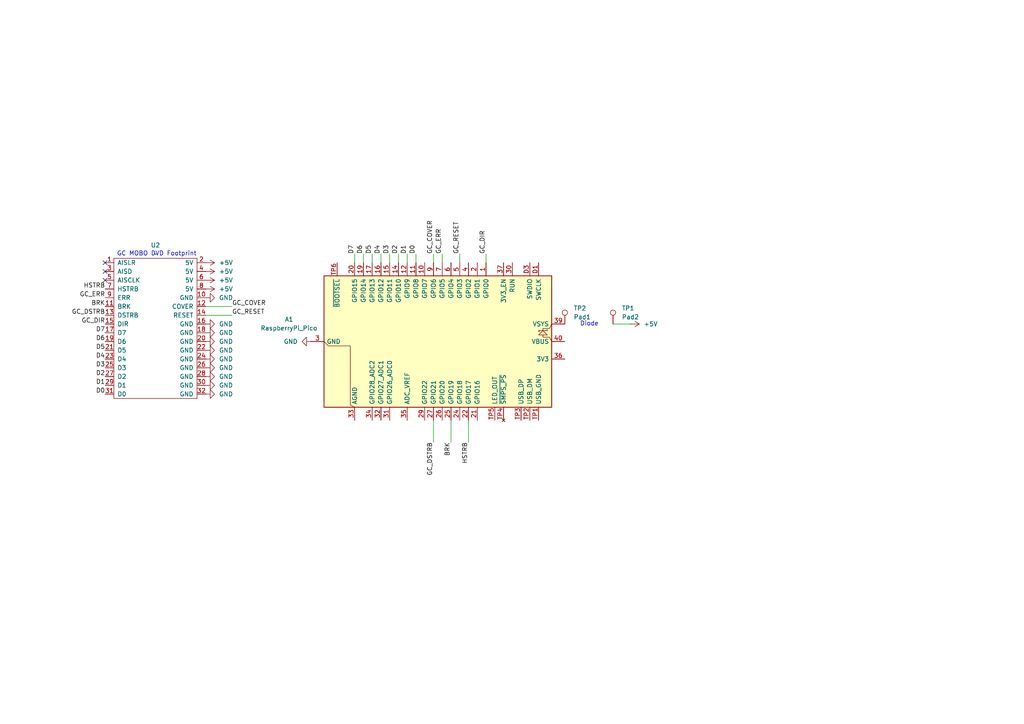
<source format=kicad_sch>
(kicad_sch
	(version 20250114)
	(generator "eeschema")
	(generator_version "9.0")
	(uuid "2089e845-13f5-4d9d-90cf-b97608a1d968")
	(paper "A4")
	(lib_symbols
		(symbol "Connector:TestPoint"
			(pin_numbers
				(hide yes)
			)
			(pin_names
				(offset 0.762)
				(hide yes)
			)
			(exclude_from_sim no)
			(in_bom yes)
			(on_board yes)
			(property "Reference" "TP"
				(at 0 6.858 0)
				(effects
					(font
						(size 1.27 1.27)
					)
				)
			)
			(property "Value" "TestPoint"
				(at 0 5.08 0)
				(effects
					(font
						(size 1.27 1.27)
					)
				)
			)
			(property "Footprint" ""
				(at 5.08 0 0)
				(effects
					(font
						(size 1.27 1.27)
					)
					(hide yes)
				)
			)
			(property "Datasheet" "~"
				(at 5.08 0 0)
				(effects
					(font
						(size 1.27 1.27)
					)
					(hide yes)
				)
			)
			(property "Description" "test point"
				(at 0 0 0)
				(effects
					(font
						(size 1.27 1.27)
					)
					(hide yes)
				)
			)
			(property "ki_keywords" "test point tp"
				(at 0 0 0)
				(effects
					(font
						(size 1.27 1.27)
					)
					(hide yes)
				)
			)
			(property "ki_fp_filters" "Pin* Test*"
				(at 0 0 0)
				(effects
					(font
						(size 1.27 1.27)
					)
					(hide yes)
				)
			)
			(symbol "TestPoint_0_1"
				(circle
					(center 0 3.302)
					(radius 0.762)
					(stroke
						(width 0)
						(type default)
					)
					(fill
						(type none)
					)
				)
			)
			(symbol "TestPoint_1_1"
				(pin passive line
					(at 0 0 90)
					(length 2.54)
					(name "1"
						(effects
							(font
								(size 1.27 1.27)
							)
						)
					)
					(number "1"
						(effects
							(font
								(size 1.27 1.27)
							)
						)
					)
				)
			)
			(embedded_fonts no)
		)
		(symbol "GamecubeConnectors:GC_DVD_M"
			(pin_names
				(offset 1)
			)
			(exclude_from_sim no)
			(in_bom yes)
			(on_board yes)
			(property "Reference" "U2"
				(at 0.635 2.54 0)
				(effects
					(font
						(size 1.27 1.27)
					)
				)
			)
			(property "Value" "~"
				(at 0.635 0 0)
				(effects
					(font
						(size 1.27 1.27)
					)
				)
			)
			(property "Footprint" "DVDCNLibrary:GC_MOBO_DVD_CN"
				(at 0 0 0)
				(effects
					(font
						(size 1.27 1.27)
					)
					(hide yes)
				)
			)
			(property "Datasheet" ""
				(at 0 0 0)
				(effects
					(font
						(size 1.27 1.27)
					)
					(hide yes)
				)
			)
			(property "Description" ""
				(at 0 0 0)
				(effects
					(font
						(size 1.27 1.27)
					)
					(hide yes)
				)
			)
			(symbol "GC_DVD_M_0_1"
				(rectangle
					(start -11.43 -1.27)
					(end 12.7 -41.91)
					(stroke
						(width 0)
						(type default)
					)
					(fill
						(type none)
					)
				)
			)
			(symbol "GC_DVD_M_1_1"
				(pin passive line
					(at -13.97 -2.54 0)
					(length 2.54)
					(name "AISLR"
						(effects
							(font
								(size 1.27 1.27)
							)
						)
					)
					(number "1"
						(effects
							(font
								(size 1.27 1.27)
							)
						)
					)
				)
				(pin passive line
					(at -13.97 -5.08 0)
					(length 2.54)
					(name "AISD"
						(effects
							(font
								(size 1.27 1.27)
							)
						)
					)
					(number "3"
						(effects
							(font
								(size 1.27 1.27)
							)
						)
					)
				)
				(pin passive line
					(at -13.97 -7.62 0)
					(length 2.54)
					(name "AISCLK"
						(effects
							(font
								(size 1.27 1.27)
							)
						)
					)
					(number "5"
						(effects
							(font
								(size 1.27 1.27)
							)
						)
					)
				)
				(pin passive line
					(at -13.97 -10.16 0)
					(length 2.54)
					(name "HSTRB"
						(effects
							(font
								(size 1.27 1.27)
							)
						)
					)
					(number "7"
						(effects
							(font
								(size 1.27 1.27)
							)
						)
					)
				)
				(pin passive line
					(at -13.97 -12.7 0)
					(length 2.54)
					(name "ERR"
						(effects
							(font
								(size 1.27 1.27)
							)
						)
					)
					(number "9"
						(effects
							(font
								(size 1.27 1.27)
							)
						)
					)
				)
				(pin passive line
					(at -13.97 -15.24 0)
					(length 2.54)
					(name "BRK"
						(effects
							(font
								(size 1.27 1.27)
							)
						)
					)
					(number "11"
						(effects
							(font
								(size 1.27 1.27)
							)
						)
					)
				)
				(pin passive line
					(at -13.97 -17.78 0)
					(length 2.54)
					(name "DSTRB"
						(effects
							(font
								(size 1.27 1.27)
							)
						)
					)
					(number "13"
						(effects
							(font
								(size 1.27 1.27)
							)
						)
					)
				)
				(pin passive line
					(at -13.97 -20.32 0)
					(length 2.54)
					(name "DIR"
						(effects
							(font
								(size 1.27 1.27)
							)
						)
					)
					(number "15"
						(effects
							(font
								(size 1.27 1.27)
							)
						)
					)
				)
				(pin passive line
					(at -13.97 -22.86 0)
					(length 2.54)
					(name "D7"
						(effects
							(font
								(size 1.27 1.27)
							)
						)
					)
					(number "17"
						(effects
							(font
								(size 1.27 1.27)
							)
						)
					)
				)
				(pin passive line
					(at -13.97 -25.4 0)
					(length 2.54)
					(name "D6"
						(effects
							(font
								(size 1.27 1.27)
							)
						)
					)
					(number "19"
						(effects
							(font
								(size 1.27 1.27)
							)
						)
					)
				)
				(pin passive line
					(at -13.97 -27.94 0)
					(length 2.54)
					(name "D5"
						(effects
							(font
								(size 1.27 1.27)
							)
						)
					)
					(number "21"
						(effects
							(font
								(size 1.27 1.27)
							)
						)
					)
				)
				(pin passive line
					(at -13.97 -30.48 0)
					(length 2.54)
					(name "D4"
						(effects
							(font
								(size 1.27 1.27)
							)
						)
					)
					(number "23"
						(effects
							(font
								(size 1.27 1.27)
							)
						)
					)
				)
				(pin passive line
					(at -13.97 -33.02 0)
					(length 2.54)
					(name "D3"
						(effects
							(font
								(size 1.27 1.27)
							)
						)
					)
					(number "25"
						(effects
							(font
								(size 1.27 1.27)
							)
						)
					)
				)
				(pin passive line
					(at -13.97 -35.56 0)
					(length 2.54)
					(name "D2"
						(effects
							(font
								(size 1.27 1.27)
							)
						)
					)
					(number "27"
						(effects
							(font
								(size 1.27 1.27)
							)
						)
					)
				)
				(pin passive line
					(at -13.97 -38.1 0)
					(length 2.54)
					(name "D1"
						(effects
							(font
								(size 1.27 1.27)
							)
						)
					)
					(number "29"
						(effects
							(font
								(size 1.27 1.27)
							)
						)
					)
				)
				(pin passive line
					(at -13.97 -40.64 0)
					(length 2.54)
					(name "D0"
						(effects
							(font
								(size 1.27 1.27)
							)
						)
					)
					(number "31"
						(effects
							(font
								(size 1.27 1.27)
							)
						)
					)
				)
				(pin passive line
					(at 15.24 -2.54 180)
					(length 2.54)
					(name "5V"
						(effects
							(font
								(size 1.27 1.27)
							)
						)
					)
					(number "2"
						(effects
							(font
								(size 1.27 1.27)
							)
						)
					)
				)
				(pin passive line
					(at 15.24 -5.08 180)
					(length 2.54)
					(name "5V"
						(effects
							(font
								(size 1.27 1.27)
							)
						)
					)
					(number "4"
						(effects
							(font
								(size 1.27 1.27)
							)
						)
					)
				)
				(pin passive line
					(at 15.24 -7.62 180)
					(length 2.54)
					(name "5V"
						(effects
							(font
								(size 1.27 1.27)
							)
						)
					)
					(number "6"
						(effects
							(font
								(size 1.27 1.27)
							)
						)
					)
				)
				(pin passive line
					(at 15.24 -10.16 180)
					(length 2.54)
					(name "5V"
						(effects
							(font
								(size 1.27 1.27)
							)
						)
					)
					(number "8"
						(effects
							(font
								(size 1.27 1.27)
							)
						)
					)
				)
				(pin passive line
					(at 15.24 -12.7 180)
					(length 2.54)
					(name "GND"
						(effects
							(font
								(size 1.27 1.27)
							)
						)
					)
					(number "10"
						(effects
							(font
								(size 1.27 1.27)
							)
						)
					)
				)
				(pin passive line
					(at 15.24 -15.24 180)
					(length 2.54)
					(name "COVER"
						(effects
							(font
								(size 1.27 1.27)
							)
						)
					)
					(number "12"
						(effects
							(font
								(size 1.27 1.27)
							)
						)
					)
				)
				(pin passive line
					(at 15.24 -17.78 180)
					(length 2.54)
					(name "RESET"
						(effects
							(font
								(size 1.27 1.27)
							)
						)
					)
					(number "14"
						(effects
							(font
								(size 1.27 1.27)
							)
						)
					)
				)
				(pin passive line
					(at 15.24 -20.32 180)
					(length 2.54)
					(name "GND"
						(effects
							(font
								(size 1.27 1.27)
							)
						)
					)
					(number "16"
						(effects
							(font
								(size 1.27 1.27)
							)
						)
					)
				)
				(pin passive line
					(at 15.24 -22.86 180)
					(length 2.54)
					(name "GND"
						(effects
							(font
								(size 1.27 1.27)
							)
						)
					)
					(number "18"
						(effects
							(font
								(size 1.27 1.27)
							)
						)
					)
				)
				(pin passive line
					(at 15.24 -25.4 180)
					(length 2.54)
					(name "GND"
						(effects
							(font
								(size 1.27 1.27)
							)
						)
					)
					(number "20"
						(effects
							(font
								(size 1.27 1.27)
							)
						)
					)
				)
				(pin passive line
					(at 15.24 -27.94 180)
					(length 2.54)
					(name "GND"
						(effects
							(font
								(size 1.27 1.27)
							)
						)
					)
					(number "22"
						(effects
							(font
								(size 1.27 1.27)
							)
						)
					)
				)
				(pin passive line
					(at 15.24 -30.48 180)
					(length 2.54)
					(name "GND"
						(effects
							(font
								(size 1.27 1.27)
							)
						)
					)
					(number "24"
						(effects
							(font
								(size 1.27 1.27)
							)
						)
					)
				)
				(pin passive line
					(at 15.24 -33.02 180)
					(length 2.54)
					(name "GND"
						(effects
							(font
								(size 1.27 1.27)
							)
						)
					)
					(number "26"
						(effects
							(font
								(size 1.27 1.27)
							)
						)
					)
				)
				(pin passive line
					(at 15.24 -35.56 180)
					(length 2.54)
					(name "GND"
						(effects
							(font
								(size 1.27 1.27)
							)
						)
					)
					(number "28"
						(effects
							(font
								(size 1.27 1.27)
							)
						)
					)
				)
				(pin passive line
					(at 15.24 -38.1 180)
					(length 2.54)
					(name "GND"
						(effects
							(font
								(size 1.27 1.27)
							)
						)
					)
					(number "30"
						(effects
							(font
								(size 1.27 1.27)
							)
						)
					)
				)
				(pin passive line
					(at 15.24 -40.64 180)
					(length 2.54)
					(name "GND"
						(effects
							(font
								(size 1.27 1.27)
							)
						)
					)
					(number "32"
						(effects
							(font
								(size 1.27 1.27)
							)
						)
					)
				)
			)
			(embedded_fonts no)
		)
		(symbol "MCU_Module:RaspberryPi_Pico_Extensive"
			(pin_names
				(offset 0.762)
			)
			(exclude_from_sim no)
			(in_bom yes)
			(on_board yes)
			(property "Reference" "A"
				(at -19.05 35.56 0)
				(effects
					(font
						(size 1.27 1.27)
					)
					(justify left)
				)
			)
			(property "Value" "RaspberryPi_Pico"
				(at 7.62 35.56 0)
				(effects
					(font
						(size 1.27 1.27)
					)
					(justify left)
				)
			)
			(property "Footprint" "Module:RaspberryPi_Pico_SMD"
				(at 0 -46.99 0)
				(effects
					(font
						(size 1.27 1.27)
					)
					(hide yes)
				)
			)
			(property "Datasheet" "https://datasheets.raspberrypi.com/pico/pico-datasheet.pdf"
				(at 0 -49.53 0)
				(effects
					(font
						(size 1.27 1.27)
					)
					(hide yes)
				)
			)
			(property "Description" "Versatile and inexpensive microcontroller module (with full pinout for test point and debug connections) powered by RP2040 dual-core Arm Cortex-M0+ processor up to 133 MHz, 264kB SRAM, 2MB QSPI flash; also supports Raspberry Pi Pico 2"
				(at 0 -52.07 0)
				(effects
					(font
						(size 1.27 1.27)
					)
					(hide yes)
				)
			)
			(property "ki_keywords" "RP2350A M33 RISC-V Hazard3 usb swd"
				(at 0 0 0)
				(effects
					(font
						(size 1.27 1.27)
					)
					(hide yes)
				)
			)
			(property "ki_fp_filters" "RaspberryPi?Pico?SMD"
				(at 0 0 0)
				(effects
					(font
						(size 1.27 1.27)
					)
					(hide yes)
				)
			)
			(symbol "RaspberryPi_Pico_Extensive_0_1"
				(rectangle
					(start -19.05 34.29)
					(end 19.05 -31.75)
					(stroke
						(width 0.254)
						(type default)
					)
					(fill
						(type background)
					)
				)
				(polyline
					(pts
						(xy -5.08 34.29) (xy -3.81 33.655) (xy -3.81 31.75) (xy -3.175 31.75)
					)
					(stroke
						(width 0)
						(type default)
					)
					(fill
						(type none)
					)
				)
				(polyline
					(pts
						(xy -3.429 32.766) (xy -3.429 33.02) (xy -3.175 33.02) (xy -3.175 30.48) (xy -2.921 30.48) (xy -2.921 30.734)
					)
					(stroke
						(width 0)
						(type default)
					)
					(fill
						(type none)
					)
				)
				(polyline
					(pts
						(xy -3.175 31.75) (xy -1.905 33.02) (xy -1.905 30.48) (xy -3.175 31.75)
					)
					(stroke
						(width 0)
						(type default)
					)
					(fill
						(type none)
					)
				)
				(polyline
					(pts
						(xy 0 34.29) (xy -1.27 33.655) (xy -1.27 31.75) (xy -1.905 31.75)
					)
					(stroke
						(width 0)
						(type default)
					)
					(fill
						(type none)
					)
				)
				(polyline
					(pts
						(xy 0 -31.75) (xy 1.27 -30.48) (xy 1.27 -24.13) (xy 18.415 -24.13) (xy 19.05 -22.86)
					)
					(stroke
						(width 0)
						(type default)
					)
					(fill
						(type none)
					)
				)
			)
			(symbol "RaspberryPi_Pico_Extensive_1_1"
				(pin input line
					(at -22.86 30.48 0)
					(length 3.81)
					(name "SWCLK"
						(effects
							(font
								(size 1.27 1.27)
							)
						)
					)
					(number "D1"
						(effects
							(font
								(size 1.27 1.27)
							)
						)
					)
				)
				(pin bidirectional line
					(at -22.86 27.94 0)
					(length 3.81)
					(name "SWDIO"
						(effects
							(font
								(size 1.27 1.27)
							)
						)
					)
					(number "D3"
						(effects
							(font
								(size 1.27 1.27)
							)
						)
					)
				)
				(pin passive line
					(at -22.86 22.86 0)
					(length 3.81)
					(name "RUN"
						(effects
							(font
								(size 1.27 1.27)
							)
						)
					)
					(number "30"
						(effects
							(font
								(size 1.27 1.27)
							)
						)
					)
					(alternate "~{RESET}" passive line)
				)
				(pin passive line
					(at -22.86 20.32 0)
					(length 3.81)
					(name "3V3_EN"
						(effects
							(font
								(size 1.27 1.27)
							)
						)
					)
					(number "37"
						(effects
							(font
								(size 1.27 1.27)
							)
						)
					)
					(alternate "~{3V3_DISABLE}" passive line)
				)
				(pin bidirectional line
					(at -22.86 15.24 0)
					(length 3.81)
					(name "GPIO0"
						(effects
							(font
								(size 1.27 1.27)
							)
						)
					)
					(number "1"
						(effects
							(font
								(size 1.27 1.27)
							)
						)
					)
					(alternate "I2C0_SDA" bidirectional line)
					(alternate "PWM0_A" output line)
					(alternate "SPI0_RX" input line)
					(alternate "UART0_TX" output line)
					(alternate "USB_OVCUR_DET" input line)
				)
				(pin bidirectional line
					(at -22.86 12.7 0)
					(length 3.81)
					(name "GPIO1"
						(effects
							(font
								(size 1.27 1.27)
							)
						)
					)
					(number "2"
						(effects
							(font
								(size 1.27 1.27)
							)
						)
					)
					(alternate "I2C0_SCL" bidirectional clock)
					(alternate "PWM0_B" bidirectional line)
					(alternate "UART0_RX" input line)
					(alternate "USB_VBUS_DET" passive line)
					(alternate "~{SPI0_CSn}" bidirectional line)
				)
				(pin bidirectional line
					(at -22.86 10.16 0)
					(length 3.81)
					(name "GPIO2"
						(effects
							(font
								(size 1.27 1.27)
							)
						)
					)
					(number "4"
						(effects
							(font
								(size 1.27 1.27)
							)
						)
					)
					(alternate "I2C1_SDA" bidirectional line)
					(alternate "PWM1_A" output line)
					(alternate "SPI0_SCK" bidirectional clock)
					(alternate "UART0_CTS" input line)
					(alternate "USB_VBUS_EN" output line)
				)
				(pin bidirectional line
					(at -22.86 7.62 0)
					(length 3.81)
					(name "GPIO3"
						(effects
							(font
								(size 1.27 1.27)
							)
						)
					)
					(number "5"
						(effects
							(font
								(size 1.27 1.27)
							)
						)
					)
					(alternate "I2C1_SCL" bidirectional clock)
					(alternate "PWM1_B" bidirectional line)
					(alternate "SPI0_TX" output line)
					(alternate "UART0_RTS" output line)
					(alternate "USB_OVCUR_DET" input line)
				)
				(pin bidirectional line
					(at -22.86 5.08 0)
					(length 3.81)
					(name "GPIO4"
						(effects
							(font
								(size 1.27 1.27)
							)
						)
					)
					(number "6"
						(effects
							(font
								(size 1.27 1.27)
							)
						)
					)
					(alternate "I2C0_SDA" bidirectional line)
					(alternate "PWM2_A" output line)
					(alternate "SPI0_RX" input line)
					(alternate "UART1_TX" output line)
					(alternate "USB_VBUS_DET" input line)
				)
				(pin bidirectional line
					(at -22.86 2.54 0)
					(length 3.81)
					(name "GPIO5"
						(effects
							(font
								(size 1.27 1.27)
							)
						)
					)
					(number "7"
						(effects
							(font
								(size 1.27 1.27)
							)
						)
					)
					(alternate "I2C0_SCL" bidirectional clock)
					(alternate "PWM2_B" bidirectional line)
					(alternate "UART1_RX" input line)
					(alternate "USB_VBUS_EN" output line)
					(alternate "~{SPI0_CSn}" bidirectional line)
				)
				(pin bidirectional line
					(at -22.86 0 0)
					(length 3.81)
					(name "GPIO6"
						(effects
							(font
								(size 1.27 1.27)
							)
						)
					)
					(number "9"
						(effects
							(font
								(size 1.27 1.27)
							)
						)
					)
					(alternate "I2C1_SDA" bidirectional line)
					(alternate "PWM3_A" output line)
					(alternate "SPI0_SCK" bidirectional clock)
					(alternate "UART1_CTS" input line)
					(alternate "USB_OVCUR_DET" input line)
				)
				(pin bidirectional line
					(at -22.86 -2.54 0)
					(length 3.81)
					(name "GPIO7"
						(effects
							(font
								(size 1.27 1.27)
							)
						)
					)
					(number "10"
						(effects
							(font
								(size 1.27 1.27)
							)
						)
					)
					(alternate "I2C1_SCL" bidirectional clock)
					(alternate "PWM3_B" bidirectional line)
					(alternate "SPI0_TX" output line)
					(alternate "UART1_RTS" output line)
					(alternate "USB_VBUS_DET" input line)
				)
				(pin bidirectional line
					(at -22.86 -5.08 0)
					(length 3.81)
					(name "GPIO8"
						(effects
							(font
								(size 1.27 1.27)
							)
						)
					)
					(number "11"
						(effects
							(font
								(size 1.27 1.27)
							)
						)
					)
					(alternate "I2C0_SDA" bidirectional line)
					(alternate "PWM4_A" output line)
					(alternate "SPI1_RX" input line)
					(alternate "UART1_TX" output line)
					(alternate "USB_VBUS_EN" output line)
				)
				(pin bidirectional line
					(at -22.86 -7.62 0)
					(length 3.81)
					(name "GPIO9"
						(effects
							(font
								(size 1.27 1.27)
							)
						)
					)
					(number "12"
						(effects
							(font
								(size 1.27 1.27)
							)
						)
					)
					(alternate "I2C0_SCL" bidirectional clock)
					(alternate "PWM4_B" bidirectional line)
					(alternate "UART1_RX" input line)
					(alternate "USB_OVCUR_DET" input line)
					(alternate "~{SPI1_CSn}" bidirectional line)
				)
				(pin bidirectional line
					(at -22.86 -10.16 0)
					(length 3.81)
					(name "GPIO10"
						(effects
							(font
								(size 1.27 1.27)
							)
						)
					)
					(number "14"
						(effects
							(font
								(size 1.27 1.27)
							)
						)
					)
					(alternate "I2C1_SDA" bidirectional line)
					(alternate "PWM5_A" output line)
					(alternate "SPI1_SCK" bidirectional clock)
					(alternate "UART1_CTS" input line)
					(alternate "USB_VBUS_DET" input line)
				)
				(pin bidirectional line
					(at -22.86 -12.7 0)
					(length 3.81)
					(name "GPIO11"
						(effects
							(font
								(size 1.27 1.27)
							)
						)
					)
					(number "15"
						(effects
							(font
								(size 1.27 1.27)
							)
						)
					)
					(alternate "I2C1_SCL" bidirectional clock)
					(alternate "PWM5_B" bidirectional line)
					(alternate "SPI1_TX" output line)
					(alternate "UART1_RTS" output line)
					(alternate "USB_VBUS_EN" output line)
				)
				(pin bidirectional line
					(at -22.86 -15.24 0)
					(length 3.81)
					(name "GPIO12"
						(effects
							(font
								(size 1.27 1.27)
							)
						)
					)
					(number "16"
						(effects
							(font
								(size 1.27 1.27)
							)
						)
					)
					(alternate "I2C0_SDA" bidirectional line)
					(alternate "PWM6_A" output line)
					(alternate "SPI1_RX" input line)
					(alternate "UART0_TX" output line)
					(alternate "USB_OVCUR_DET" input line)
				)
				(pin bidirectional line
					(at -22.86 -17.78 0)
					(length 3.81)
					(name "GPIO13"
						(effects
							(font
								(size 1.27 1.27)
							)
						)
					)
					(number "17"
						(effects
							(font
								(size 1.27 1.27)
							)
						)
					)
					(alternate "I2C0_SCL" bidirectional clock)
					(alternate "PWM6_B" bidirectional line)
					(alternate "UART0_RX" input line)
					(alternate "USB_VBUS_DET" input line)
					(alternate "~{SPI1_CSn}" bidirectional line)
				)
				(pin bidirectional line
					(at -22.86 -20.32 0)
					(length 3.81)
					(name "GPIO14"
						(effects
							(font
								(size 1.27 1.27)
							)
						)
					)
					(number "19"
						(effects
							(font
								(size 1.27 1.27)
							)
						)
					)
					(alternate "I2C1_SDA" bidirectional line)
					(alternate "PWM7_A" output line)
					(alternate "SPI1_SCK" bidirectional clock)
					(alternate "UART0_CTS" input line)
					(alternate "USB_VBUS_EN" output line)
				)
				(pin bidirectional line
					(at -22.86 -22.86 0)
					(length 3.81)
					(name "GPIO15"
						(effects
							(font
								(size 1.27 1.27)
							)
						)
					)
					(number "20"
						(effects
							(font
								(size 1.27 1.27)
							)
						)
					)
					(alternate "I2C1_SCL" bidirectional clock)
					(alternate "PWM7_B" bidirectional line)
					(alternate "SPI1_TX" output line)
					(alternate "UART0_RTS" output line)
					(alternate "USB_OVCUR_DET" input line)
				)
				(pin input line
					(at -22.86 -27.94 0)
					(length 3.81)
					(name "~{BOOTSEL}"
						(effects
							(font
								(size 1.27 1.27)
							)
						)
					)
					(number "TP6"
						(effects
							(font
								(size 1.27 1.27)
							)
						)
					)
				)
				(pin power_in line
					(at -5.08 38.1 270)
					(length 3.81)
					(name "VSYS"
						(effects
							(font
								(size 1.27 1.27)
							)
						)
					)
					(number "39"
						(effects
							(font
								(size 1.27 1.27)
							)
						)
					)
					(alternate "VSYS_OUT" power_out line)
				)
				(pin power_out line
					(at 0 38.1 270)
					(length 3.81)
					(name "VBUS"
						(effects
							(font
								(size 1.27 1.27)
							)
						)
					)
					(number "40"
						(effects
							(font
								(size 1.27 1.27)
							)
						)
					)
					(alternate "VBUS_IN" power_in line)
				)
				(pin passive line
					(at 0 -35.56 90)
					(length 3.81)
					(hide yes)
					(name "GND"
						(effects
							(font
								(size 1.27 1.27)
							)
						)
					)
					(number "13"
						(effects
							(font
								(size 1.27 1.27)
							)
						)
					)
				)
				(pin passive line
					(at 0 -35.56 90)
					(length 3.81)
					(hide yes)
					(name "GND"
						(effects
							(font
								(size 1.27 1.27)
							)
						)
					)
					(number "18"
						(effects
							(font
								(size 1.27 1.27)
							)
						)
					)
				)
				(pin passive line
					(at 0 -35.56 90)
					(length 3.81)
					(hide yes)
					(name "GND"
						(effects
							(font
								(size 1.27 1.27)
							)
						)
					)
					(number "23"
						(effects
							(font
								(size 1.27 1.27)
							)
						)
					)
				)
				(pin passive line
					(at 0 -35.56 90)
					(length 3.81)
					(hide yes)
					(name "GND"
						(effects
							(font
								(size 1.27 1.27)
							)
						)
					)
					(number "28"
						(effects
							(font
								(size 1.27 1.27)
							)
						)
					)
				)
				(pin power_out line
					(at 0 -35.56 90)
					(length 3.81)
					(name "GND"
						(effects
							(font
								(size 1.27 1.27)
							)
						)
					)
					(number "3"
						(effects
							(font
								(size 1.27 1.27)
							)
						)
					)
					(alternate "GND_IN" power_in line)
				)
				(pin passive line
					(at 0 -35.56 90)
					(length 3.81)
					(hide yes)
					(name "GND"
						(effects
							(font
								(size 1.27 1.27)
							)
						)
					)
					(number "38"
						(effects
							(font
								(size 1.27 1.27)
							)
						)
					)
				)
				(pin passive line
					(at 0 -35.56 90)
					(length 3.81)
					(hide yes)
					(name "GND"
						(effects
							(font
								(size 1.27 1.27)
							)
						)
					)
					(number "8"
						(effects
							(font
								(size 1.27 1.27)
							)
						)
					)
				)
				(pin passive line
					(at 0 -35.56 90)
					(length 3.81)
					(hide yes)
					(name "GND"
						(effects
							(font
								(size 1.27 1.27)
							)
						)
					)
					(number "D2"
						(effects
							(font
								(size 1.27 1.27)
							)
						)
					)
				)
				(pin power_out line
					(at 5.08 38.1 270)
					(length 3.81)
					(name "3V3"
						(effects
							(font
								(size 1.27 1.27)
							)
						)
					)
					(number "36"
						(effects
							(font
								(size 1.27 1.27)
							)
						)
					)
				)
				(pin power_out line
					(at 22.86 30.48 180)
					(length 3.81)
					(name "USB_GND"
						(effects
							(font
								(size 1.27 1.27)
							)
						)
					)
					(number "TP1"
						(effects
							(font
								(size 1.27 1.27)
							)
						)
					)
					(alternate "USB_GND_IN" power_in line)
				)
				(pin bidirectional line
					(at 22.86 27.94 180)
					(length 3.81)
					(name "USB_DM"
						(effects
							(font
								(size 1.27 1.27)
							)
						)
					)
					(number "TP2"
						(effects
							(font
								(size 1.27 1.27)
							)
						)
					)
				)
				(pin bidirectional line
					(at 22.86 25.4 180)
					(length 3.81)
					(name "USB_DP"
						(effects
							(font
								(size 1.27 1.27)
							)
						)
					)
					(number "TP3"
						(effects
							(font
								(size 1.27 1.27)
							)
						)
					)
				)
				(pin no_connect line
					(at 22.86 20.32 180)
					(length 3.81)
					(name "~{SMPS_PS}"
						(effects
							(font
								(size 1.27 1.27)
							)
						)
					)
					(number "TP4"
						(effects
							(font
								(size 1.27 1.27)
							)
						)
					)
					(alternate "GPIO23_UNSAFE" output line)
					(alternate "~{SMPS_PS_UNSAFE}" output line)
				)
				(pin output line
					(at 22.86 17.78 180)
					(length 3.81)
					(name "LED_OUT"
						(effects
							(font
								(size 1.27 1.27)
							)
						)
					)
					(number "TP5"
						(effects
							(font
								(size 1.27 1.27)
							)
						)
					)
				)
				(pin bidirectional line
					(at 22.86 12.7 180)
					(length 3.81)
					(name "GPIO16"
						(effects
							(font
								(size 1.27 1.27)
							)
						)
					)
					(number "21"
						(effects
							(font
								(size 1.27 1.27)
							)
						)
					)
					(alternate "I2C0_SDA" bidirectional line)
					(alternate "PWM0_A" output line)
					(alternate "SPI0_RX" input line)
					(alternate "UART0_TX" output line)
					(alternate "USB_VBUS_DET" input line)
				)
				(pin bidirectional line
					(at 22.86 10.16 180)
					(length 3.81)
					(name "GPIO17"
						(effects
							(font
								(size 1.27 1.27)
							)
						)
					)
					(number "22"
						(effects
							(font
								(size 1.27 1.27)
							)
						)
					)
					(alternate "I2C0_SCL" bidirectional clock)
					(alternate "PWM0_B" bidirectional line)
					(alternate "UART0_RX" input line)
					(alternate "USB_VBUS_EN" output line)
					(alternate "~{SPI0_CSn}" bidirectional line)
				)
				(pin bidirectional line
					(at 22.86 7.62 180)
					(length 3.81)
					(name "GPIO18"
						(effects
							(font
								(size 1.27 1.27)
							)
						)
					)
					(number "24"
						(effects
							(font
								(size 1.27 1.27)
							)
						)
					)
					(alternate "I2C1_SDA" bidirectional line)
					(alternate "PWM1_A" output line)
					(alternate "SPI0_SCK" bidirectional clock)
					(alternate "UART0_CTS" input line)
					(alternate "USB_OVCUR_DET" input line)
				)
				(pin bidirectional line
					(at 22.86 5.08 180)
					(length 3.81)
					(name "GPIO19"
						(effects
							(font
								(size 1.27 1.27)
							)
						)
					)
					(number "25"
						(effects
							(font
								(size 1.27 1.27)
							)
						)
					)
					(alternate "I2C1_SCL" bidirectional clock)
					(alternate "PWM1_B" bidirectional line)
					(alternate "SPI0_TX" output line)
					(alternate "UART0_RTS" output line)
					(alternate "USB_VBUS_DET" input line)
				)
				(pin bidirectional line
					(at 22.86 2.54 180)
					(length 3.81)
					(name "GPIO20"
						(effects
							(font
								(size 1.27 1.27)
							)
						)
					)
					(number "26"
						(effects
							(font
								(size 1.27 1.27)
							)
						)
					)
					(alternate "CLOCK_GPIN0" input clock)
					(alternate "I2C0_SDA" bidirectional line)
					(alternate "PWM2_A" output line)
					(alternate "SPI0_RX" input line)
					(alternate "UART1_TX" output line)
					(alternate "USB_VBUS_EN" output line)
				)
				(pin bidirectional line
					(at 22.86 0 180)
					(length 3.81)
					(name "GPIO21"
						(effects
							(font
								(size 1.27 1.27)
							)
						)
					)
					(number "27"
						(effects
							(font
								(size 1.27 1.27)
							)
						)
					)
					(alternate "CLOCK_GPOUT0" output clock)
					(alternate "I2C0_SCL" bidirectional clock)
					(alternate "PWM2_B" bidirectional line)
					(alternate "UART1_RX" input line)
					(alternate "USB_OVCUR_DET" input line)
					(alternate "~{SPI0_CSn}" bidirectional line)
				)
				(pin bidirectional line
					(at 22.86 -2.54 180)
					(length 3.81)
					(name "GPIO22"
						(effects
							(font
								(size 1.27 1.27)
							)
						)
					)
					(number "29"
						(effects
							(font
								(size 1.27 1.27)
							)
						)
					)
					(alternate "CLOCK_GPIN1" input clock)
					(alternate "I2C1_SDA" bidirectional line)
					(alternate "PWM3_A" output line)
					(alternate "SPI0_SCK" bidirectional clock)
					(alternate "UART1_CTS" input line)
					(alternate "USB_VBUS_DET" input line)
				)
				(pin power_in line
					(at 22.86 -7.62 180)
					(length 3.81)
					(name "ADC_VREF"
						(effects
							(font
								(size 1.27 1.27)
							)
						)
					)
					(number "35"
						(effects
							(font
								(size 1.27 1.27)
							)
						)
					)
				)
				(pin bidirectional line
					(at 22.86 -12.7 180)
					(length 3.81)
					(name "GPIO26_ADC0"
						(effects
							(font
								(size 1.27 1.27)
							)
						)
					)
					(number "31"
						(effects
							(font
								(size 1.27 1.27)
							)
						)
					)
					(alternate "ADC0" input line)
					(alternate "GPIO26" bidirectional line)
					(alternate "I2C1_SDA" bidirectional line)
					(alternate "PWM5_A" output line)
					(alternate "SPI1_SCK" bidirectional clock)
					(alternate "UART1_CTS" input line)
					(alternate "USB_VBUS_EN" output line)
				)
				(pin bidirectional line
					(at 22.86 -15.24 180)
					(length 3.81)
					(name "GPIO27_ADC1"
						(effects
							(font
								(size 1.27 1.27)
							)
						)
					)
					(number "32"
						(effects
							(font
								(size 1.27 1.27)
							)
						)
					)
					(alternate "ADC1" input line)
					(alternate "GPIO27" bidirectional line)
					(alternate "I2C1_SCL" bidirectional clock)
					(alternate "PWM5_B" bidirectional line)
					(alternate "SPI1_TX" output line)
					(alternate "UART1_RTS" output line)
					(alternate "USB_OVCUR_DET" input line)
				)
				(pin bidirectional line
					(at 22.86 -17.78 180)
					(length 3.81)
					(name "GPIO28_ADC2"
						(effects
							(font
								(size 1.27 1.27)
							)
						)
					)
					(number "34"
						(effects
							(font
								(size 1.27 1.27)
							)
						)
					)
					(alternate "ADC2" input line)
					(alternate "GPIO28" bidirectional line)
					(alternate "I2C0_SDA" bidirectional line)
					(alternate "PWM6_A" output line)
					(alternate "SPI1_RX" input line)
					(alternate "UART0_TX" output line)
					(alternate "USB_VBUS_DET" input line)
				)
				(pin power_out line
					(at 22.86 -22.86 180)
					(length 3.81)
					(name "AGND"
						(effects
							(font
								(size 1.27 1.27)
							)
						)
					)
					(number "33"
						(effects
							(font
								(size 1.27 1.27)
							)
						)
					)
					(alternate "GND" passive line)
				)
			)
			(embedded_fonts no)
		)
		(symbol "power:+5V"
			(power)
			(pin_numbers
				(hide yes)
			)
			(pin_names
				(offset 0)
				(hide yes)
			)
			(exclude_from_sim no)
			(in_bom yes)
			(on_board yes)
			(property "Reference" "#PWR"
				(at 0 -3.81 0)
				(effects
					(font
						(size 1.27 1.27)
					)
					(hide yes)
				)
			)
			(property "Value" "+5V"
				(at 0 3.556 0)
				(effects
					(font
						(size 1.27 1.27)
					)
				)
			)
			(property "Footprint" ""
				(at 0 0 0)
				(effects
					(font
						(size 1.27 1.27)
					)
					(hide yes)
				)
			)
			(property "Datasheet" ""
				(at 0 0 0)
				(effects
					(font
						(size 1.27 1.27)
					)
					(hide yes)
				)
			)
			(property "Description" "Power symbol creates a global label with name \"+5V\""
				(at 0 0 0)
				(effects
					(font
						(size 1.27 1.27)
					)
					(hide yes)
				)
			)
			(property "ki_keywords" "global power"
				(at 0 0 0)
				(effects
					(font
						(size 1.27 1.27)
					)
					(hide yes)
				)
			)
			(symbol "+5V_0_1"
				(polyline
					(pts
						(xy -0.762 1.27) (xy 0 2.54)
					)
					(stroke
						(width 0)
						(type default)
					)
					(fill
						(type none)
					)
				)
				(polyline
					(pts
						(xy 0 2.54) (xy 0.762 1.27)
					)
					(stroke
						(width 0)
						(type default)
					)
					(fill
						(type none)
					)
				)
				(polyline
					(pts
						(xy 0 0) (xy 0 2.54)
					)
					(stroke
						(width 0)
						(type default)
					)
					(fill
						(type none)
					)
				)
			)
			(symbol "+5V_1_1"
				(pin power_in line
					(at 0 0 90)
					(length 0)
					(name "~"
						(effects
							(font
								(size 1.27 1.27)
							)
						)
					)
					(number "1"
						(effects
							(font
								(size 1.27 1.27)
							)
						)
					)
				)
			)
			(embedded_fonts no)
		)
		(symbol "power:GND"
			(power)
			(pin_numbers
				(hide yes)
			)
			(pin_names
				(offset 0)
				(hide yes)
			)
			(exclude_from_sim no)
			(in_bom yes)
			(on_board yes)
			(property "Reference" "#PWR"
				(at 0 -6.35 0)
				(effects
					(font
						(size 1.27 1.27)
					)
					(hide yes)
				)
			)
			(property "Value" "GND"
				(at 0 -3.81 0)
				(effects
					(font
						(size 1.27 1.27)
					)
				)
			)
			(property "Footprint" ""
				(at 0 0 0)
				(effects
					(font
						(size 1.27 1.27)
					)
					(hide yes)
				)
			)
			(property "Datasheet" ""
				(at 0 0 0)
				(effects
					(font
						(size 1.27 1.27)
					)
					(hide yes)
				)
			)
			(property "Description" "Power symbol creates a global label with name \"GND\" , ground"
				(at 0 0 0)
				(effects
					(font
						(size 1.27 1.27)
					)
					(hide yes)
				)
			)
			(property "ki_keywords" "global power"
				(at 0 0 0)
				(effects
					(font
						(size 1.27 1.27)
					)
					(hide yes)
				)
			)
			(symbol "GND_0_1"
				(polyline
					(pts
						(xy 0 0) (xy 0 -1.27) (xy 1.27 -1.27) (xy 0 -2.54) (xy -1.27 -1.27) (xy 0 -1.27)
					)
					(stroke
						(width 0)
						(type default)
					)
					(fill
						(type none)
					)
				)
			)
			(symbol "GND_1_1"
				(pin power_in line
					(at 0 0 270)
					(length 0)
					(name "~"
						(effects
							(font
								(size 1.27 1.27)
							)
						)
					)
					(number "1"
						(effects
							(font
								(size 1.27 1.27)
							)
						)
					)
				)
			)
			(embedded_fonts no)
		)
	)
	(text "GC MOBO DVD Footprint"
		(exclude_from_sim no)
		(at 45.466 73.66 0)
		(effects
			(font
				(size 1.27 1.27)
			)
		)
		(uuid "30150629-a653-4e70-8434-74082c7d912b")
	)
	(text "Diode"
		(exclude_from_sim no)
		(at 170.942 93.98 0)
		(effects
			(font
				(size 1.27 1.27)
			)
		)
		(uuid "cd434849-3752-46f1-925d-7828e4357472")
	)
	(no_connect
		(at 30.48 76.2)
		(uuid "0e26d3c2-2941-467a-94b1-9283c6008372")
	)
	(no_connect
		(at 30.48 78.74)
		(uuid "2432b486-09fc-4355-b667-c0c98296897f")
	)
	(no_connect
		(at 30.48 81.28)
		(uuid "559669dd-794d-48d7-986f-32e4d900fd2c")
	)
	(wire
		(pts
			(xy 135.89 128.27) (xy 135.89 121.92)
		)
		(stroke
			(width 0)
			(type default)
		)
		(uuid "00d5257c-a774-4054-beae-058fea56b2fd")
	)
	(wire
		(pts
			(xy 128.27 73.66) (xy 128.27 76.2)
		)
		(stroke
			(width 0)
			(type default)
		)
		(uuid "2d4ba886-f4fd-4ae3-88d1-5afcf66ba0cf")
	)
	(wire
		(pts
			(xy 67.31 88.9) (xy 59.69 88.9)
		)
		(stroke
			(width 0)
			(type default)
		)
		(uuid "4f8e6e98-628c-4306-8fee-7094b4e82a3a")
	)
	(wire
		(pts
			(xy 113.03 73.66) (xy 113.03 76.2)
		)
		(stroke
			(width 0)
			(type default)
		)
		(uuid "4f9728cd-8562-441b-9588-acad8967694d")
	)
	(wire
		(pts
			(xy 105.41 73.66) (xy 105.41 76.2)
		)
		(stroke
			(width 0)
			(type default)
		)
		(uuid "4fca8005-e147-4f35-acd1-8e3f747e70d0")
	)
	(wire
		(pts
			(xy 125.73 128.27) (xy 125.73 121.92)
		)
		(stroke
			(width 0)
			(type default)
		)
		(uuid "55bd00cf-291f-4f4b-a636-7c2d7e0c9c64")
	)
	(wire
		(pts
			(xy 120.65 73.66) (xy 120.65 76.2)
		)
		(stroke
			(width 0)
			(type default)
		)
		(uuid "5cc98b42-c329-4c9b-a8d0-d14dc4118d2c")
	)
	(wire
		(pts
			(xy 133.35 73.66) (xy 133.35 76.2)
		)
		(stroke
			(width 0)
			(type default)
		)
		(uuid "6fe5c157-b27c-49cc-9ac6-7ce3fbbafd04")
	)
	(wire
		(pts
			(xy 125.73 73.66) (xy 125.73 76.2)
		)
		(stroke
			(width 0)
			(type default)
		)
		(uuid "75d990c0-0947-4c69-a27d-5e8b392da7ae")
	)
	(wire
		(pts
			(xy 110.49 73.66) (xy 110.49 76.2)
		)
		(stroke
			(width 0)
			(type default)
		)
		(uuid "76b534f0-f175-48b1-9959-86d88a4e512f")
	)
	(wire
		(pts
			(xy 107.95 73.66) (xy 107.95 76.2)
		)
		(stroke
			(width 0)
			(type default)
		)
		(uuid "788a72ae-6d9a-4420-a807-02f0ee0b2fd3")
	)
	(wire
		(pts
			(xy 118.11 73.66) (xy 118.11 76.2)
		)
		(stroke
			(width 0)
			(type default)
		)
		(uuid "8e2399ac-1fd7-484f-a51f-852c4bae083e")
	)
	(wire
		(pts
			(xy 182.88 93.98) (xy 177.8 93.98)
		)
		(stroke
			(width 0)
			(type default)
		)
		(uuid "96234b3e-08a2-4b65-87c9-d28e90cbde59")
	)
	(wire
		(pts
			(xy 140.97 73.66) (xy 140.97 76.2)
		)
		(stroke
			(width 0)
			(type default)
		)
		(uuid "a1deb2f8-2f18-4680-b7ca-af343557cc18")
	)
	(wire
		(pts
			(xy 115.57 73.66) (xy 115.57 76.2)
		)
		(stroke
			(width 0)
			(type default)
		)
		(uuid "b5c48eff-f3f4-4a1e-8c16-e49e0a052af3")
	)
	(wire
		(pts
			(xy 102.87 73.66) (xy 102.87 76.2)
		)
		(stroke
			(width 0)
			(type default)
		)
		(uuid "c25257cf-b9c8-4f34-9714-bea83daf005f")
	)
	(wire
		(pts
			(xy 130.81 128.27) (xy 130.81 121.92)
		)
		(stroke
			(width 0)
			(type default)
		)
		(uuid "e9f7ebd0-5d5b-45d6-8f32-ea5400d8805d")
	)
	(wire
		(pts
			(xy 67.31 91.44) (xy 59.69 91.44)
		)
		(stroke
			(width 0)
			(type default)
		)
		(uuid "ee2a54ac-6d12-4f06-b896-d80341cc8825")
	)
	(label "GC_DSTRB"
		(at 125.73 128.27 270)
		(effects
			(font
				(size 1.27 1.27)
			)
			(justify right bottom)
		)
		(uuid "0c966fef-00ad-40bd-9750-e79198fafaf3")
	)
	(label "GC_DIR"
		(at 140.97 73.66 90)
		(effects
			(font
				(size 1.27 1.27)
			)
			(justify left bottom)
		)
		(uuid "1a37c370-22f1-4c35-b545-5738fc129d71")
	)
	(label "D3"
		(at 113.03 73.66 90)
		(effects
			(font
				(size 1.27 1.27)
			)
			(justify left bottom)
		)
		(uuid "21931975-4b38-4de6-93d4-0f292459fb83")
	)
	(label "D0"
		(at 30.48 114.3 180)
		(effects
			(font
				(size 1.27 1.27)
			)
			(justify right bottom)
		)
		(uuid "22067d34-3cb4-4d0f-ba9b-3e65d4674dac")
	)
	(label "GC_RESET"
		(at 133.35 73.66 90)
		(effects
			(font
				(size 1.27 1.27)
			)
			(justify left bottom)
		)
		(uuid "2b54e2ba-67ad-4152-8e50-6c9a2407e443")
	)
	(label "GC_DIR"
		(at 30.48 93.98 180)
		(effects
			(font
				(size 1.27 1.27)
			)
			(justify right bottom)
		)
		(uuid "41fa545c-bc50-440d-98d5-6a91e9c201ca")
	)
	(label "D4"
		(at 110.49 73.66 90)
		(effects
			(font
				(size 1.27 1.27)
			)
			(justify left bottom)
		)
		(uuid "45932fea-dacb-4a38-9c02-f6b1d13334eb")
	)
	(label "BRK"
		(at 130.81 128.27 270)
		(effects
			(font
				(size 1.27 1.27)
			)
			(justify right bottom)
		)
		(uuid "4c541b72-db7d-4cca-bf85-d8aec6619504")
	)
	(label "GC_ERR"
		(at 128.27 73.66 90)
		(effects
			(font
				(size 1.27 1.27)
			)
			(justify left bottom)
		)
		(uuid "4f3baa5c-318c-40f7-837e-8dd6c262ba38")
	)
	(label "GC_COVER"
		(at 125.73 73.66 90)
		(effects
			(font
				(size 1.27 1.27)
			)
			(justify left bottom)
		)
		(uuid "5143f212-7888-48d9-8803-0110e360c134")
	)
	(label "D4"
		(at 30.48 104.14 180)
		(effects
			(font
				(size 1.27 1.27)
			)
			(justify right bottom)
		)
		(uuid "537ba914-5231-4b7a-a813-42df60f5d6a9")
	)
	(label "D3"
		(at 30.48 106.68 180)
		(effects
			(font
				(size 1.27 1.27)
			)
			(justify right bottom)
		)
		(uuid "6d27e264-6e9a-49ea-9046-88f414678b30")
	)
	(label "BRK"
		(at 30.48 88.9 180)
		(effects
			(font
				(size 1.27 1.27)
			)
			(justify right bottom)
		)
		(uuid "725aea49-fc43-4d8f-a5f0-a30ec396c646")
	)
	(label "D1"
		(at 30.48 111.76 180)
		(effects
			(font
				(size 1.27 1.27)
			)
			(justify right bottom)
		)
		(uuid "77971f68-5ee8-4e26-bec7-8b643aef7cc5")
	)
	(label "D1"
		(at 118.11 73.66 90)
		(effects
			(font
				(size 1.27 1.27)
			)
			(justify left bottom)
		)
		(uuid "78572212-4bf0-49a2-889f-4f4fb0bfa4d0")
	)
	(label "D2"
		(at 115.57 73.66 90)
		(effects
			(font
				(size 1.27 1.27)
			)
			(justify left bottom)
		)
		(uuid "8b0470b4-6615-4ee6-877e-dd5ed956c11a")
	)
	(label "D7"
		(at 102.87 73.66 90)
		(effects
			(font
				(size 1.27 1.27)
			)
			(justify left bottom)
		)
		(uuid "9006ac80-8a8a-4b3f-becd-0aed90e94a51")
	)
	(label "D5"
		(at 30.48 101.6 180)
		(effects
			(font
				(size 1.27 1.27)
			)
			(justify right bottom)
		)
		(uuid "9078ec21-e099-42f1-8b1b-1eb542e89c74")
	)
	(label "D2"
		(at 30.48 109.22 180)
		(effects
			(font
				(size 1.27 1.27)
			)
			(justify right bottom)
		)
		(uuid "976df635-8fd8-46f3-bdee-eae6ec6a3a78")
	)
	(label "GC_RESET"
		(at 67.31 91.44 0)
		(effects
			(font
				(size 1.27 1.27)
			)
			(justify left bottom)
		)
		(uuid "98c4b2d3-1d07-402e-a166-ba422a3beb2c")
	)
	(label "GC_COVER"
		(at 67.31 88.9 0)
		(effects
			(font
				(size 1.27 1.27)
			)
			(justify left bottom)
		)
		(uuid "9f89e369-70b2-467a-9690-0d09a56a2b38")
	)
	(label "D5"
		(at 107.95 73.66 90)
		(effects
			(font
				(size 1.27 1.27)
			)
			(justify left bottom)
		)
		(uuid "a1cf46de-82dd-4900-8728-cab418b53f49")
	)
	(label "HSTRB"
		(at 30.48 83.82 180)
		(effects
			(font
				(size 1.27 1.27)
			)
			(justify right bottom)
		)
		(uuid "c734d375-caff-4f6a-8467-cab4e3a54d5e")
	)
	(label "D6"
		(at 30.48 99.06 180)
		(effects
			(font
				(size 1.27 1.27)
			)
			(justify right bottom)
		)
		(uuid "d0f2f89a-7253-43ba-a3ce-df9b87f577c6")
	)
	(label "D6"
		(at 105.41 73.66 90)
		(effects
			(font
				(size 1.27 1.27)
			)
			(justify left bottom)
		)
		(uuid "dd61f831-585c-44a7-a4e6-00a7dda5a26b")
	)
	(label "HSTRB"
		(at 135.89 128.27 270)
		(effects
			(font
				(size 1.27 1.27)
			)
			(justify right bottom)
		)
		(uuid "e279d7a4-12ba-4ab8-a7c0-482778368844")
	)
	(label "GC_ERR"
		(at 30.48 86.36 180)
		(effects
			(font
				(size 1.27 1.27)
			)
			(justify right bottom)
		)
		(uuid "e888b9a5-a255-454b-b2f9-25e4b3eff780")
	)
	(label "D0"
		(at 120.65 73.66 90)
		(effects
			(font
				(size 1.27 1.27)
			)
			(justify left bottom)
		)
		(uuid "e9511fad-576e-475f-8254-3dfb99b5f5f3")
	)
	(label "GC_DSTRB"
		(at 30.48 91.44 180)
		(effects
			(font
				(size 1.27 1.27)
			)
			(justify right bottom)
		)
		(uuid "ed3ca0d7-53cc-4d9e-827a-7c2d357095a1")
	)
	(label "D7"
		(at 30.48 96.52 180)
		(effects
			(font
				(size 1.27 1.27)
			)
			(justify right bottom)
		)
		(uuid "fd32834c-c133-46aa-ad22-34fe90b7e3bf")
	)
	(symbol
		(lib_id "power:GND")
		(at 59.69 101.6 90)
		(unit 1)
		(exclude_from_sim no)
		(in_bom yes)
		(on_board yes)
		(dnp no)
		(fields_autoplaced yes)
		(uuid "22fb8e5d-823b-4a5d-93f0-181806204992")
		(property "Reference" "#PWR041"
			(at 66.04 101.6 0)
			(effects
				(font
					(size 1.27 1.27)
				)
				(hide yes)
			)
		)
		(property "Value" "GND"
			(at 63.5 101.6001 90)
			(effects
				(font
					(size 1.27 1.27)
				)
				(justify right)
			)
		)
		(property "Footprint" ""
			(at 59.69 101.6 0)
			(effects
				(font
					(size 1.27 1.27)
				)
				(hide yes)
			)
		)
		(property "Datasheet" ""
			(at 59.69 101.6 0)
			(effects
				(font
					(size 1.27 1.27)
				)
				(hide yes)
			)
		)
		(property "Description" "Power symbol creates a global label with name \"GND\" , ground"
			(at 59.69 101.6 0)
			(effects
				(font
					(size 1.27 1.27)
				)
				(hide yes)
			)
		)
		(pin "1"
			(uuid "736c326c-4de6-49c5-a95e-e8ff65906685")
		)
		(instances
			(project "Flex"
				(path "/2089e845-13f5-4d9d-90cf-b97608a1d968"
					(reference "#PWR041")
					(unit 1)
				)
			)
		)
	)
	(symbol
		(lib_id "power:GND")
		(at 59.69 96.52 90)
		(unit 1)
		(exclude_from_sim no)
		(in_bom yes)
		(on_board yes)
		(dnp no)
		(fields_autoplaced yes)
		(uuid "512cbb29-44cf-4c7f-a868-4b1d89ff7142")
		(property "Reference" "#PWR043"
			(at 66.04 96.52 0)
			(effects
				(font
					(size 1.27 1.27)
				)
				(hide yes)
			)
		)
		(property "Value" "GND"
			(at 63.5 96.5201 90)
			(effects
				(font
					(size 1.27 1.27)
				)
				(justify right)
			)
		)
		(property "Footprint" ""
			(at 59.69 96.52 0)
			(effects
				(font
					(size 1.27 1.27)
				)
				(hide yes)
			)
		)
		(property "Datasheet" ""
			(at 59.69 96.52 0)
			(effects
				(font
					(size 1.27 1.27)
				)
				(hide yes)
			)
		)
		(property "Description" "Power symbol creates a global label with name \"GND\" , ground"
			(at 59.69 96.52 0)
			(effects
				(font
					(size 1.27 1.27)
				)
				(hide yes)
			)
		)
		(pin "1"
			(uuid "b04a1f14-f120-4ddf-ad04-4160acd87a08")
		)
		(instances
			(project "Flex"
				(path "/2089e845-13f5-4d9d-90cf-b97608a1d968"
					(reference "#PWR043")
					(unit 1)
				)
			)
		)
	)
	(symbol
		(lib_id "Connector:TestPoint")
		(at 163.83 93.98 0)
		(unit 1)
		(exclude_from_sim no)
		(in_bom yes)
		(on_board yes)
		(dnp no)
		(fields_autoplaced yes)
		(uuid "52919098-c912-4410-9c8a-8448dd2a0abb")
		(property "Reference" "TP2"
			(at 166.37 89.4079 0)
			(effects
				(font
					(size 1.27 1.27)
				)
				(justify left)
			)
		)
		(property "Value" "Pad1"
			(at 166.37 91.9479 0)
			(effects
				(font
					(size 1.27 1.27)
				)
				(justify left)
			)
		)
		(property "Footprint" "TestPoint:TestPoint_Pad_2.5x2.5mm"
			(at 168.91 93.98 0)
			(effects
				(font
					(size 1.27 1.27)
				)
				(hide yes)
			)
		)
		(property "Datasheet" "~"
			(at 168.91 93.98 0)
			(effects
				(font
					(size 1.27 1.27)
				)
				(hide yes)
			)
		)
		(property "Description" "test point"
			(at 163.83 93.98 0)
			(effects
				(font
					(size 1.27 1.27)
				)
				(hide yes)
			)
		)
		(pin "1"
			(uuid "b232d9c1-28d3-4a84-a1eb-1ccd242b8768")
		)
		(instances
			(project "Flex"
				(path "/2089e845-13f5-4d9d-90cf-b97608a1d968"
					(reference "TP2")
					(unit 1)
				)
			)
		)
	)
	(symbol
		(lib_id "Connector:TestPoint")
		(at 177.8 93.98 0)
		(unit 1)
		(exclude_from_sim no)
		(in_bom yes)
		(on_board yes)
		(dnp no)
		(fields_autoplaced yes)
		(uuid "566569fc-9a17-4563-85ef-ca7a4d6b349c")
		(property "Reference" "TP1"
			(at 180.34 89.4079 0)
			(effects
				(font
					(size 1.27 1.27)
				)
				(justify left)
			)
		)
		(property "Value" "Pad2"
			(at 180.34 91.9479 0)
			(effects
				(font
					(size 1.27 1.27)
				)
				(justify left)
			)
		)
		(property "Footprint" "TestPoint:TestPoint_Pad_2.5x2.5mm"
			(at 182.88 93.98 0)
			(effects
				(font
					(size 1.27 1.27)
				)
				(hide yes)
			)
		)
		(property "Datasheet" "~"
			(at 182.88 93.98 0)
			(effects
				(font
					(size 1.27 1.27)
				)
				(hide yes)
			)
		)
		(property "Description" "test point"
			(at 177.8 93.98 0)
			(effects
				(font
					(size 1.27 1.27)
				)
				(hide yes)
			)
		)
		(pin "1"
			(uuid "b25ba765-8082-42be-ae19-537082e435d6")
		)
		(instances
			(project ""
				(path "/2089e845-13f5-4d9d-90cf-b97608a1d968"
					(reference "TP1")
					(unit 1)
				)
			)
		)
	)
	(symbol
		(lib_id "GamecubeConnectors:GC_DVD_M")
		(at 44.45 73.66 0)
		(unit 1)
		(exclude_from_sim no)
		(in_bom yes)
		(on_board yes)
		(dnp no)
		(fields_autoplaced yes)
		(uuid "56fa0955-c5f7-4f9b-9a4e-1cdb34bfb882")
		(property "Reference" "U2"
			(at 45.085 71.12 0)
			(effects
				(font
					(size 1.27 1.27)
				)
			)
		)
		(property "Value" "~"
			(at 45.085 73.66 0)
			(effects
				(font
					(size 1.27 1.27)
				)
			)
		)
		(property "Footprint" "DVDCNLibrary:GC_MOBO_DVD_CN"
			(at 44.45 73.66 0)
			(effects
				(font
					(size 1.27 1.27)
				)
				(hide yes)
			)
		)
		(property "Datasheet" ""
			(at 44.45 73.66 0)
			(effects
				(font
					(size 1.27 1.27)
				)
				(hide yes)
			)
		)
		(property "Description" ""
			(at 44.45 73.66 0)
			(effects
				(font
					(size 1.27 1.27)
				)
				(hide yes)
			)
		)
		(pin "22"
			(uuid "3a60c807-0471-4291-a7db-5d1c3aa9ea24")
		)
		(pin "26"
			(uuid "055b262c-e257-4769-b008-0c71265e00a3")
		)
		(pin "14"
			(uuid "2b67ce05-d6bf-439d-acba-139618d898ec")
		)
		(pin "28"
			(uuid "8c5572fa-f895-4f8e-9b08-e922fee1ab6d")
		)
		(pin "5"
			(uuid "1f3e6227-8d3e-487f-8343-77a66a6824be")
		)
		(pin "15"
			(uuid "4d8f8e24-ec66-4144-b393-c55ae4f7eadd")
		)
		(pin "11"
			(uuid "6555e4b1-e81c-4742-9444-30c2bf03f189")
		)
		(pin "9"
			(uuid "711c150d-630c-48eb-9971-026dfa31114f")
		)
		(pin "19"
			(uuid "28fc39ea-289f-45a0-828c-0a7b10b9a494")
		)
		(pin "21"
			(uuid "6c1a367c-3189-4133-abcf-2a013478d809")
		)
		(pin "23"
			(uuid "08b95c1c-abb1-4af8-97da-9e64509cb086")
		)
		(pin "1"
			(uuid "788802b0-9329-442e-8db4-cb87c17327bd")
		)
		(pin "3"
			(uuid "cc6a1914-bb0c-4e80-8b85-7ec0b6b88290")
		)
		(pin "7"
			(uuid "46cb5784-27c2-4e23-abb1-c75a7ad82adb")
		)
		(pin "27"
			(uuid "8d5f428c-c260-46d2-a384-15d29d02ea1b")
		)
		(pin "29"
			(uuid "4118e612-b875-471c-8364-3ec867277d9d")
		)
		(pin "31"
			(uuid "929aba20-87f5-4d2e-bfbd-47d0cd1a66ec")
		)
		(pin "17"
			(uuid "22edbf87-818a-4cd8-8c7c-c13b9dee4c99")
		)
		(pin "2"
			(uuid "2a85a65f-6624-42c3-ab5f-38fa76d62815")
		)
		(pin "4"
			(uuid "78f1d9f3-5349-4e44-ae41-072a0abb9819")
		)
		(pin "6"
			(uuid "31a961c8-b854-4c1c-b062-8abb05b95e5a")
		)
		(pin "8"
			(uuid "da880e6a-0b1c-4ce9-95d5-02595e5030ba")
		)
		(pin "13"
			(uuid "54ef9265-eaf4-43d9-ad0a-589206831370")
		)
		(pin "10"
			(uuid "8356bf2f-c1c0-4f1a-b2ea-fbb4e8725146")
		)
		(pin "12"
			(uuid "d5c77b72-bbb2-4c06-8a32-3237aa6d936e")
		)
		(pin "25"
			(uuid "37101d27-8338-407b-9db9-de1d2bc5ac26")
		)
		(pin "16"
			(uuid "cb774af0-13d6-45ab-a80e-eb4a0b9277f2")
		)
		(pin "18"
			(uuid "c0a033c8-131d-4643-bb06-c7152c08f4b9")
		)
		(pin "20"
			(uuid "078caa7e-42fc-4b3f-8106-e0821ef18304")
		)
		(pin "24"
			(uuid "0b162620-92fd-4803-8c60-f6bff28362fb")
		)
		(pin "30"
			(uuid "992b12b0-ee09-47e6-8343-7342acc1e0e0")
		)
		(pin "32"
			(uuid "74a31da3-9360-43b6-823e-edd9d0e3f1ea")
		)
		(instances
			(project ""
				(path "/2089e845-13f5-4d9d-90cf-b97608a1d968"
					(reference "U2")
					(unit 1)
				)
			)
		)
	)
	(symbol
		(lib_id "power:GND")
		(at 59.69 109.22 90)
		(unit 1)
		(exclude_from_sim no)
		(in_bom yes)
		(on_board yes)
		(dnp no)
		(fields_autoplaced yes)
		(uuid "643bbb5a-3b3f-43ec-9254-323ee3a91e1c")
		(property "Reference" "#PWR038"
			(at 66.04 109.22 0)
			(effects
				(font
					(size 1.27 1.27)
				)
				(hide yes)
			)
		)
		(property "Value" "GND"
			(at 63.5 109.2201 90)
			(effects
				(font
					(size 1.27 1.27)
				)
				(justify right)
			)
		)
		(property "Footprint" ""
			(at 59.69 109.22 0)
			(effects
				(font
					(size 1.27 1.27)
				)
				(hide yes)
			)
		)
		(property "Datasheet" ""
			(at 59.69 109.22 0)
			(effects
				(font
					(size 1.27 1.27)
				)
				(hide yes)
			)
		)
		(property "Description" "Power symbol creates a global label with name \"GND\" , ground"
			(at 59.69 109.22 0)
			(effects
				(font
					(size 1.27 1.27)
				)
				(hide yes)
			)
		)
		(pin "1"
			(uuid "d6ec42e6-dac9-45bf-b249-445cdda7d2af")
		)
		(instances
			(project "Flex"
				(path "/2089e845-13f5-4d9d-90cf-b97608a1d968"
					(reference "#PWR038")
					(unit 1)
				)
			)
		)
	)
	(symbol
		(lib_id "power:GND")
		(at 59.69 111.76 90)
		(unit 1)
		(exclude_from_sim no)
		(in_bom yes)
		(on_board yes)
		(dnp no)
		(fields_autoplaced yes)
		(uuid "6825b485-ebd0-4614-a9d3-3b87d2720f52")
		(property "Reference" "#PWR037"
			(at 66.04 111.76 0)
			(effects
				(font
					(size 1.27 1.27)
				)
				(hide yes)
			)
		)
		(property "Value" "GND"
			(at 63.5 111.7601 90)
			(effects
				(font
					(size 1.27 1.27)
				)
				(justify right)
			)
		)
		(property "Footprint" ""
			(at 59.69 111.76 0)
			(effects
				(font
					(size 1.27 1.27)
				)
				(hide yes)
			)
		)
		(property "Datasheet" ""
			(at 59.69 111.76 0)
			(effects
				(font
					(size 1.27 1.27)
				)
				(hide yes)
			)
		)
		(property "Description" "Power symbol creates a global label with name \"GND\" , ground"
			(at 59.69 111.76 0)
			(effects
				(font
					(size 1.27 1.27)
				)
				(hide yes)
			)
		)
		(pin "1"
			(uuid "13b1b18c-53bf-467c-b85e-cb3ce1de2393")
		)
		(instances
			(project "Flex"
				(path "/2089e845-13f5-4d9d-90cf-b97608a1d968"
					(reference "#PWR037")
					(unit 1)
				)
			)
		)
	)
	(symbol
		(lib_id "power:+5V")
		(at 59.69 81.28 270)
		(unit 1)
		(exclude_from_sim no)
		(in_bom yes)
		(on_board yes)
		(dnp no)
		(fields_autoplaced yes)
		(uuid "7aed9919-7d03-4846-bc95-f443a6d1bc0f")
		(property "Reference" "#PWR033"
			(at 55.88 81.28 0)
			(effects
				(font
					(size 1.27 1.27)
				)
				(hide yes)
			)
		)
		(property "Value" "+5V"
			(at 63.5 81.2799 90)
			(effects
				(font
					(size 1.27 1.27)
				)
				(justify left)
			)
		)
		(property "Footprint" ""
			(at 59.69 81.28 0)
			(effects
				(font
					(size 1.27 1.27)
				)
				(hide yes)
			)
		)
		(property "Datasheet" ""
			(at 59.69 81.28 0)
			(effects
				(font
					(size 1.27 1.27)
				)
				(hide yes)
			)
		)
		(property "Description" "Power symbol creates a global label with name \"+5V\""
			(at 59.69 81.28 0)
			(effects
				(font
					(size 1.27 1.27)
				)
				(hide yes)
			)
		)
		(pin "1"
			(uuid "4c01b420-7bf3-45b7-8563-af6d9d51b66c")
		)
		(instances
			(project "Flex"
				(path "/2089e845-13f5-4d9d-90cf-b97608a1d968"
					(reference "#PWR033")
					(unit 1)
				)
			)
		)
	)
	(symbol
		(lib_id "power:GND")
		(at 90.17 99.06 270)
		(unit 1)
		(exclude_from_sim no)
		(in_bom yes)
		(on_board yes)
		(dnp no)
		(fields_autoplaced yes)
		(uuid "7f133926-1571-4935-b138-e2dc7fa2cb95")
		(property "Reference" "#PWR028"
			(at 83.82 99.06 0)
			(effects
				(font
					(size 1.27 1.27)
				)
				(hide yes)
			)
		)
		(property "Value" "GND"
			(at 86.36 99.0599 90)
			(effects
				(font
					(size 1.27 1.27)
				)
				(justify right)
			)
		)
		(property "Footprint" ""
			(at 90.17 99.06 0)
			(effects
				(font
					(size 1.27 1.27)
				)
				(hide yes)
			)
		)
		(property "Datasheet" ""
			(at 90.17 99.06 0)
			(effects
				(font
					(size 1.27 1.27)
				)
				(hide yes)
			)
		)
		(property "Description" "Power symbol creates a global label with name \"GND\" , ground"
			(at 90.17 99.06 0)
			(effects
				(font
					(size 1.27 1.27)
				)
				(hide yes)
			)
		)
		(pin "1"
			(uuid "8a42a0a5-cd32-4a45-a149-e3b45360acb5")
		)
		(instances
			(project "Flex"
				(path "/2089e845-13f5-4d9d-90cf-b97608a1d968"
					(reference "#PWR028")
					(unit 1)
				)
			)
		)
	)
	(symbol
		(lib_id "power:+5V")
		(at 59.69 83.82 270)
		(unit 1)
		(exclude_from_sim no)
		(in_bom yes)
		(on_board yes)
		(dnp no)
		(fields_autoplaced yes)
		(uuid "87b7ce78-9a9c-4199-8abf-f286f3779789")
		(property "Reference" "#PWR034"
			(at 55.88 83.82 0)
			(effects
				(font
					(size 1.27 1.27)
				)
				(hide yes)
			)
		)
		(property "Value" "+5V"
			(at 63.5 83.8199 90)
			(effects
				(font
					(size 1.27 1.27)
				)
				(justify left)
			)
		)
		(property "Footprint" ""
			(at 59.69 83.82 0)
			(effects
				(font
					(size 1.27 1.27)
				)
				(hide yes)
			)
		)
		(property "Datasheet" ""
			(at 59.69 83.82 0)
			(effects
				(font
					(size 1.27 1.27)
				)
				(hide yes)
			)
		)
		(property "Description" "Power symbol creates a global label with name \"+5V\""
			(at 59.69 83.82 0)
			(effects
				(font
					(size 1.27 1.27)
				)
				(hide yes)
			)
		)
		(pin "1"
			(uuid "90568829-28b5-46a1-b1a7-b8796dd2f000")
		)
		(instances
			(project "Flex"
				(path "/2089e845-13f5-4d9d-90cf-b97608a1d968"
					(reference "#PWR034")
					(unit 1)
				)
			)
		)
	)
	(symbol
		(lib_id "power:GND")
		(at 59.69 99.06 90)
		(unit 1)
		(exclude_from_sim no)
		(in_bom yes)
		(on_board yes)
		(dnp no)
		(fields_autoplaced yes)
		(uuid "8a287604-7ce4-48f6-bb54-689e23138e2d")
		(property "Reference" "#PWR042"
			(at 66.04 99.06 0)
			(effects
				(font
					(size 1.27 1.27)
				)
				(hide yes)
			)
		)
		(property "Value" "GND"
			(at 63.5 99.0601 90)
			(effects
				(font
					(size 1.27 1.27)
				)
				(justify right)
			)
		)
		(property "Footprint" ""
			(at 59.69 99.06 0)
			(effects
				(font
					(size 1.27 1.27)
				)
				(hide yes)
			)
		)
		(property "Datasheet" ""
			(at 59.69 99.06 0)
			(effects
				(font
					(size 1.27 1.27)
				)
				(hide yes)
			)
		)
		(property "Description" "Power symbol creates a global label with name \"GND\" , ground"
			(at 59.69 99.06 0)
			(effects
				(font
					(size 1.27 1.27)
				)
				(hide yes)
			)
		)
		(pin "1"
			(uuid "b7265661-2f9d-43c7-b2bf-3904c0af18f8")
		)
		(instances
			(project "Flex"
				(path "/2089e845-13f5-4d9d-90cf-b97608a1d968"
					(reference "#PWR042")
					(unit 1)
				)
			)
		)
	)
	(symbol
		(lib_id "MCU_Module:RaspberryPi_Pico_Extensive")
		(at 125.73 99.06 270)
		(unit 1)
		(exclude_from_sim no)
		(in_bom yes)
		(on_board yes)
		(dnp no)
		(fields_autoplaced yes)
		(uuid "9bb95dbc-aef6-4b1a-83e8-665449fcc1c8")
		(property "Reference" "A1"
			(at 83.82 92.6398 90)
			(effects
				(font
					(size 1.27 1.27)
				)
			)
		)
		(property "Value" "RaspberryPi_Pico"
			(at 83.82 95.1798 90)
			(effects
				(font
					(size 1.27 1.27)
				)
			)
		)
		(property "Footprint" "Module:RaspberryPi_Pico_SMD"
			(at 78.74 99.06 0)
			(effects
				(font
					(size 1.27 1.27)
				)
				(hide yes)
			)
		)
		(property "Datasheet" "https://datasheets.raspberrypi.com/pico/pico-datasheet.pdf"
			(at 76.2 99.06 0)
			(effects
				(font
					(size 1.27 1.27)
				)
				(hide yes)
			)
		)
		(property "Description" "Versatile and inexpensive microcontroller module (with full pinout for test point and debug connections) powered by RP2040 dual-core Arm Cortex-M0+ processor up to 133 MHz, 264kB SRAM, 2MB QSPI flash; also supports Raspberry Pi Pico 2"
			(at 73.66 99.06 0)
			(effects
				(font
					(size 1.27 1.27)
				)
				(hide yes)
			)
		)
		(pin "6"
			(uuid "3b9d51f6-da3b-46ee-9774-b0b72e77eec3")
		)
		(pin "3"
			(uuid "7cfad5ae-49d4-4927-95d3-53a43398b950")
		)
		(pin "24"
			(uuid "a9f2674c-49e6-44a6-8648-87dbbb275612")
		)
		(pin "D1"
			(uuid "3be19280-7fff-4283-8f3d-790ac0e4237a")
		)
		(pin "27"
			(uuid "6323551d-46a1-438a-a0e3-65aa97d9a7ea")
		)
		(pin "10"
			(uuid "44c0cebb-cbd3-4c18-8429-04b98e236af1")
		)
		(pin "28"
			(uuid "1c2075e9-5b24-40d1-826c-bdf178472506")
		)
		(pin "34"
			(uuid "c4546934-241d-4581-8f8a-e1153124e1fd")
		)
		(pin "4"
			(uuid "c36f2f75-f495-43a0-a130-caaad5551809")
		)
		(pin "TP2"
			(uuid "46c47e2c-deb4-4975-8a8a-b21704ada8d5")
		)
		(pin "40"
			(uuid "65cd4db4-158a-442b-a632-dde5a0a2c886")
		)
		(pin "1"
			(uuid "905b9cac-6172-4227-9ccd-f48bcf46c8ee")
		)
		(pin "5"
			(uuid "15d12afa-78ef-46d0-8508-b38ab28b5979")
		)
		(pin "39"
			(uuid "2af1768d-82c5-482d-bf05-fd8abfcef19f")
		)
		(pin "TP4"
			(uuid "c54f3180-6904-403e-90b3-2e23099b17b1")
		)
		(pin "21"
			(uuid "5f338dfe-7c79-4d1e-bc5a-fbe7447f8c69")
		)
		(pin "29"
			(uuid "b458de6c-daeb-4d61-ad27-4d2c0d93a0b0")
		)
		(pin "2"
			(uuid "f8557d34-d7e4-4f0f-a93c-5d6a467fe0e1")
		)
		(pin "23"
			(uuid "848e4aca-cce3-40bc-bd22-f271d71921fd")
		)
		(pin "35"
			(uuid "2dad0909-2ae3-44d0-91bc-0e1af668adbf")
		)
		(pin "32"
			(uuid "46285323-9b70-4a86-936f-0509b3d3528a")
		)
		(pin "14"
			(uuid "64659520-93d4-48f3-97ee-62c8f29cdf7f")
		)
		(pin "TP5"
			(uuid "214a9a98-0674-4f2f-bae4-1a5c37c62d95")
		)
		(pin "37"
			(uuid "6950b7d8-207a-4062-a75b-4f2280d5eb63")
		)
		(pin "31"
			(uuid "05f7095f-f945-4c30-bb55-83e4a24cba3e")
		)
		(pin "33"
			(uuid "45904fbd-b834-4247-abed-6eb42a3d8f72")
		)
		(pin "12"
			(uuid "81a45a8a-bcb4-4191-a173-95b00b077c33")
		)
		(pin "TP6"
			(uuid "0d9c7ae3-640e-457e-8d32-8808e9349303")
		)
		(pin "13"
			(uuid "702b3957-e36d-4ee0-bb13-289c09d7d948")
		)
		(pin "19"
			(uuid "9753eb8b-45cf-47a4-9c6d-6d4fb8edbdd3")
		)
		(pin "9"
			(uuid "38ca14d5-e566-4e16-a98e-4e4c0e5ca36a")
		)
		(pin "38"
			(uuid "8cac2598-1ff8-4b35-9db8-ebc735d9f2e4")
		)
		(pin "D3"
			(uuid "33edb7e2-9cd5-4ac1-a545-fc96f6789579")
		)
		(pin "30"
			(uuid "437834f9-8a75-48c9-99d8-62a436e561c3")
		)
		(pin "7"
			(uuid "813711cf-6f7b-4661-9ff8-807fbdfd11c5")
		)
		(pin "11"
			(uuid "d678bcab-136c-42ae-ac39-8144e34cb625")
		)
		(pin "15"
			(uuid "fa562a7f-9940-4774-9450-413c067221c6")
		)
		(pin "17"
			(uuid "058576de-1b89-417b-b546-d0a42fcc5055")
		)
		(pin "20"
			(uuid "b58d6333-5526-439e-b1cc-f82f0960a915")
		)
		(pin "8"
			(uuid "6dd1c919-84fa-430b-865d-671b34defc4b")
		)
		(pin "D2"
			(uuid "1684d5ca-9ebd-40e5-b80c-d85f106a8211")
		)
		(pin "36"
			(uuid "7a2ec72f-e748-4119-8818-f69fa337febe")
		)
		(pin "18"
			(uuid "78523002-4a82-489f-9554-986876f95af0")
		)
		(pin "TP1"
			(uuid "6a4183e6-3ed3-47ca-8726-12b9c09e4e96")
		)
		(pin "TP3"
			(uuid "2b38dc80-b5b7-486f-8a9a-fed3c418d689")
		)
		(pin "16"
			(uuid "0f5a92b5-f68a-40c4-bbc1-4a76d3cf519b")
		)
		(pin "22"
			(uuid "c6ca7f17-3d34-4221-af02-9609da370be2")
		)
		(pin "25"
			(uuid "32b601ab-17c7-48ed-86f3-e33dae710431")
		)
		(pin "26"
			(uuid "8cd8fd1d-c38f-41b3-ae91-d06a0bae3ed5")
		)
		(instances
			(project ""
				(path "/2089e845-13f5-4d9d-90cf-b97608a1d968"
					(reference "A1")
					(unit 1)
				)
			)
		)
	)
	(symbol
		(lib_id "power:GND")
		(at 59.69 104.14 90)
		(unit 1)
		(exclude_from_sim no)
		(in_bom yes)
		(on_board yes)
		(dnp no)
		(fields_autoplaced yes)
		(uuid "a1754366-cd2d-4229-a7b0-deda7c00150d")
		(property "Reference" "#PWR040"
			(at 66.04 104.14 0)
			(effects
				(font
					(size 1.27 1.27)
				)
				(hide yes)
			)
		)
		(property "Value" "GND"
			(at 63.5 104.1401 90)
			(effects
				(font
					(size 1.27 1.27)
				)
				(justify right)
			)
		)
		(property "Footprint" ""
			(at 59.69 104.14 0)
			(effects
				(font
					(size 1.27 1.27)
				)
				(hide yes)
			)
		)
		(property "Datasheet" ""
			(at 59.69 104.14 0)
			(effects
				(font
					(size 1.27 1.27)
				)
				(hide yes)
			)
		)
		(property "Description" "Power symbol creates a global label with name \"GND\" , ground"
			(at 59.69 104.14 0)
			(effects
				(font
					(size 1.27 1.27)
				)
				(hide yes)
			)
		)
		(pin "1"
			(uuid "75a47bbb-ca26-4228-b22b-22dac30832a3")
		)
		(instances
			(project "Flex"
				(path "/2089e845-13f5-4d9d-90cf-b97608a1d968"
					(reference "#PWR040")
					(unit 1)
				)
			)
		)
	)
	(symbol
		(lib_id "power:GND")
		(at 59.69 86.36 90)
		(unit 1)
		(exclude_from_sim no)
		(in_bom yes)
		(on_board yes)
		(dnp no)
		(fields_autoplaced yes)
		(uuid "ae200677-ae13-49df-b2d8-03dc98e483d1")
		(property "Reference" "#PWR035"
			(at 66.04 86.36 0)
			(effects
				(font
					(size 1.27 1.27)
				)
				(hide yes)
			)
		)
		(property "Value" "GND"
			(at 63.5 86.3599 90)
			(effects
				(font
					(size 1.27 1.27)
				)
				(justify right)
			)
		)
		(property "Footprint" ""
			(at 59.69 86.36 0)
			(effects
				(font
					(size 1.27 1.27)
				)
				(hide yes)
			)
		)
		(property "Datasheet" ""
			(at 59.69 86.36 0)
			(effects
				(font
					(size 1.27 1.27)
				)
				(hide yes)
			)
		)
		(property "Description" "Power symbol creates a global label with name \"GND\" , ground"
			(at 59.69 86.36 0)
			(effects
				(font
					(size 1.27 1.27)
				)
				(hide yes)
			)
		)
		(pin "1"
			(uuid "0e553485-918d-4281-a0c3-c647137e7355")
		)
		(instances
			(project "Flex"
				(path "/2089e845-13f5-4d9d-90cf-b97608a1d968"
					(reference "#PWR035")
					(unit 1)
				)
			)
		)
	)
	(symbol
		(lib_id "power:+5V")
		(at 59.69 76.2 270)
		(unit 1)
		(exclude_from_sim no)
		(in_bom yes)
		(on_board yes)
		(dnp no)
		(fields_autoplaced yes)
		(uuid "b415f621-131d-4864-8417-d4dfee7c6f6e")
		(property "Reference" "#PWR031"
			(at 55.88 76.2 0)
			(effects
				(font
					(size 1.27 1.27)
				)
				(hide yes)
			)
		)
		(property "Value" "+5V"
			(at 63.5 76.1999 90)
			(effects
				(font
					(size 1.27 1.27)
				)
				(justify left)
			)
		)
		(property "Footprint" ""
			(at 59.69 76.2 0)
			(effects
				(font
					(size 1.27 1.27)
				)
				(hide yes)
			)
		)
		(property "Datasheet" ""
			(at 59.69 76.2 0)
			(effects
				(font
					(size 1.27 1.27)
				)
				(hide yes)
			)
		)
		(property "Description" "Power symbol creates a global label with name \"+5V\""
			(at 59.69 76.2 0)
			(effects
				(font
					(size 1.27 1.27)
				)
				(hide yes)
			)
		)
		(pin "1"
			(uuid "f5e9bfb2-fe3a-4f45-91aa-1548ff99dfb5")
		)
		(instances
			(project "Flex"
				(path "/2089e845-13f5-4d9d-90cf-b97608a1d968"
					(reference "#PWR031")
					(unit 1)
				)
			)
		)
	)
	(symbol
		(lib_id "power:GND")
		(at 59.69 93.98 90)
		(unit 1)
		(exclude_from_sim no)
		(in_bom yes)
		(on_board yes)
		(dnp no)
		(fields_autoplaced yes)
		(uuid "b4639960-3ead-4007-8e6c-d92b49b55786")
		(property "Reference" "#PWR044"
			(at 66.04 93.98 0)
			(effects
				(font
					(size 1.27 1.27)
				)
				(hide yes)
			)
		)
		(property "Value" "GND"
			(at 63.5 93.9801 90)
			(effects
				(font
					(size 1.27 1.27)
				)
				(justify right)
			)
		)
		(property "Footprint" ""
			(at 59.69 93.98 0)
			(effects
				(font
					(size 1.27 1.27)
				)
				(hide yes)
			)
		)
		(property "Datasheet" ""
			(at 59.69 93.98 0)
			(effects
				(font
					(size 1.27 1.27)
				)
				(hide yes)
			)
		)
		(property "Description" "Power symbol creates a global label with name \"GND\" , ground"
			(at 59.69 93.98 0)
			(effects
				(font
					(size 1.27 1.27)
				)
				(hide yes)
			)
		)
		(pin "1"
			(uuid "58c5bff7-06af-4a29-9c22-90f876778e9f")
		)
		(instances
			(project "Flex"
				(path "/2089e845-13f5-4d9d-90cf-b97608a1d968"
					(reference "#PWR044")
					(unit 1)
				)
			)
		)
	)
	(symbol
		(lib_id "power:+5V")
		(at 59.69 78.74 270)
		(unit 1)
		(exclude_from_sim no)
		(in_bom yes)
		(on_board yes)
		(dnp no)
		(fields_autoplaced yes)
		(uuid "c6f3ed49-aaed-4875-94d9-34890291672e")
		(property "Reference" "#PWR032"
			(at 55.88 78.74 0)
			(effects
				(font
					(size 1.27 1.27)
				)
				(hide yes)
			)
		)
		(property "Value" "+5V"
			(at 63.5 78.7399 90)
			(effects
				(font
					(size 1.27 1.27)
				)
				(justify left)
			)
		)
		(property "Footprint" ""
			(at 59.69 78.74 0)
			(effects
				(font
					(size 1.27 1.27)
				)
				(hide yes)
			)
		)
		(property "Datasheet" ""
			(at 59.69 78.74 0)
			(effects
				(font
					(size 1.27 1.27)
				)
				(hide yes)
			)
		)
		(property "Description" "Power symbol creates a global label with name \"+5V\""
			(at 59.69 78.74 0)
			(effects
				(font
					(size 1.27 1.27)
				)
				(hide yes)
			)
		)
		(pin "1"
			(uuid "a2b981cb-63ea-419f-884f-d7a949fa9086")
		)
		(instances
			(project "Flex"
				(path "/2089e845-13f5-4d9d-90cf-b97608a1d968"
					(reference "#PWR032")
					(unit 1)
				)
			)
		)
	)
	(symbol
		(lib_id "power:+5V")
		(at 182.88 93.98 270)
		(unit 1)
		(exclude_from_sim no)
		(in_bom yes)
		(on_board yes)
		(dnp no)
		(fields_autoplaced yes)
		(uuid "e13024ec-c71d-4d8b-beea-c4311eb92a76")
		(property "Reference" "#PWR09"
			(at 179.07 93.98 0)
			(effects
				(font
					(size 1.27 1.27)
				)
				(hide yes)
			)
		)
		(property "Value" "+5V"
			(at 186.69 93.9799 90)
			(effects
				(font
					(size 1.27 1.27)
				)
				(justify left)
			)
		)
		(property "Footprint" ""
			(at 182.88 93.98 0)
			(effects
				(font
					(size 1.27 1.27)
				)
				(hide yes)
			)
		)
		(property "Datasheet" ""
			(at 182.88 93.98 0)
			(effects
				(font
					(size 1.27 1.27)
				)
				(hide yes)
			)
		)
		(property "Description" "Power symbol creates a global label with name \"+5V\""
			(at 182.88 93.98 0)
			(effects
				(font
					(size 1.27 1.27)
				)
				(hide yes)
			)
		)
		(pin "1"
			(uuid "7baedd54-d1e2-4e99-b255-000db40e8555")
		)
		(instances
			(project "Flex"
				(path "/2089e845-13f5-4d9d-90cf-b97608a1d968"
					(reference "#PWR09")
					(unit 1)
				)
			)
		)
	)
	(symbol
		(lib_id "power:GND")
		(at 59.69 114.3 90)
		(unit 1)
		(exclude_from_sim no)
		(in_bom yes)
		(on_board yes)
		(dnp no)
		(fields_autoplaced yes)
		(uuid "fbac5c83-b149-4230-bcc2-941af9727920")
		(property "Reference" "#PWR036"
			(at 66.04 114.3 0)
			(effects
				(font
					(size 1.27 1.27)
				)
				(hide yes)
			)
		)
		(property "Value" "GND"
			(at 63.5 114.3001 90)
			(effects
				(font
					(size 1.27 1.27)
				)
				(justify right)
			)
		)
		(property "Footprint" ""
			(at 59.69 114.3 0)
			(effects
				(font
					(size 1.27 1.27)
				)
				(hide yes)
			)
		)
		(property "Datasheet" ""
			(at 59.69 114.3 0)
			(effects
				(font
					(size 1.27 1.27)
				)
				(hide yes)
			)
		)
		(property "Description" "Power symbol creates a global label with name \"GND\" , ground"
			(at 59.69 114.3 0)
			(effects
				(font
					(size 1.27 1.27)
				)
				(hide yes)
			)
		)
		(pin "1"
			(uuid "c35bfcba-b2f3-4e62-8d4b-c18597a5b47f")
		)
		(instances
			(project "Flex"
				(path "/2089e845-13f5-4d9d-90cf-b97608a1d968"
					(reference "#PWR036")
					(unit 1)
				)
			)
		)
	)
	(symbol
		(lib_id "power:GND")
		(at 59.69 106.68 90)
		(unit 1)
		(exclude_from_sim no)
		(in_bom yes)
		(on_board yes)
		(dnp no)
		(fields_autoplaced yes)
		(uuid "fc4ad163-53a3-465b-bca0-64fff14b1c33")
		(property "Reference" "#PWR039"
			(at 66.04 106.68 0)
			(effects
				(font
					(size 1.27 1.27)
				)
				(hide yes)
			)
		)
		(property "Value" "GND"
			(at 63.5 106.6801 90)
			(effects
				(font
					(size 1.27 1.27)
				)
				(justify right)
			)
		)
		(property "Footprint" ""
			(at 59.69 106.68 0)
			(effects
				(font
					(size 1.27 1.27)
				)
				(hide yes)
			)
		)
		(property "Datasheet" ""
			(at 59.69 106.68 0)
			(effects
				(font
					(size 1.27 1.27)
				)
				(hide yes)
			)
		)
		(property "Description" "Power symbol creates a global label with name \"GND\" , ground"
			(at 59.69 106.68 0)
			(effects
				(font
					(size 1.27 1.27)
				)
				(hide yes)
			)
		)
		(pin "1"
			(uuid "d0a32842-bae2-4132-a5a4-982b171b482b")
		)
		(instances
			(project "Flex"
				(path "/2089e845-13f5-4d9d-90cf-b97608a1d968"
					(reference "#PWR039")
					(unit 1)
				)
			)
		)
	)
	(sheet_instances
		(path "/"
			(page "1")
		)
	)
	(embedded_fonts no)
)

</source>
